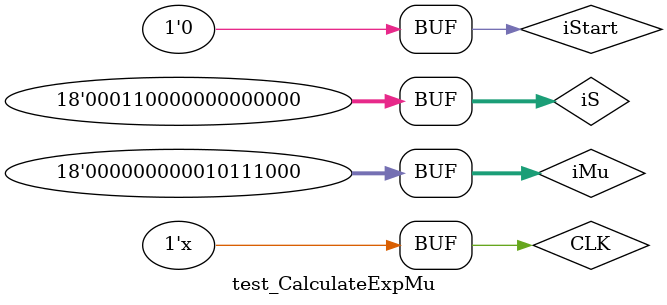
<source format=v>
`timescale 1ns / 1ps

module test_CalculateExpMu;

	// Inputs
	reg CLK;
	reg [17:0] iMu;
	reg [17:0] iS;
	reg iStart;

	// Outputs
	wire [17:0] oData;
	wire [8:0] oAddr;
	wire oDone;

	// Instantiate the Unit Under Test (UUT)
	CalculateExpMu uut (
		.CLK(CLK), 
		.iMu(iMu), 
		.iS(iS), 
		.iStart(iStart), 
		.oData(oData), 
		.oAddr(oAddr), 
		.oDone(oDone)
	);

	initial begin
		// Initialize Inputs
		CLK <= 0;
		iMu <= 184;
		iS <= 24576;
		iStart <= 0;

		// Wait 100 ns for global reset to finish
		#100;
		iStart <= 1;
		#2;
		iStart <= 0;

	end
   always
	begin
		#0.5 CLK = ~CLK;
	end  
endmodule


</source>
